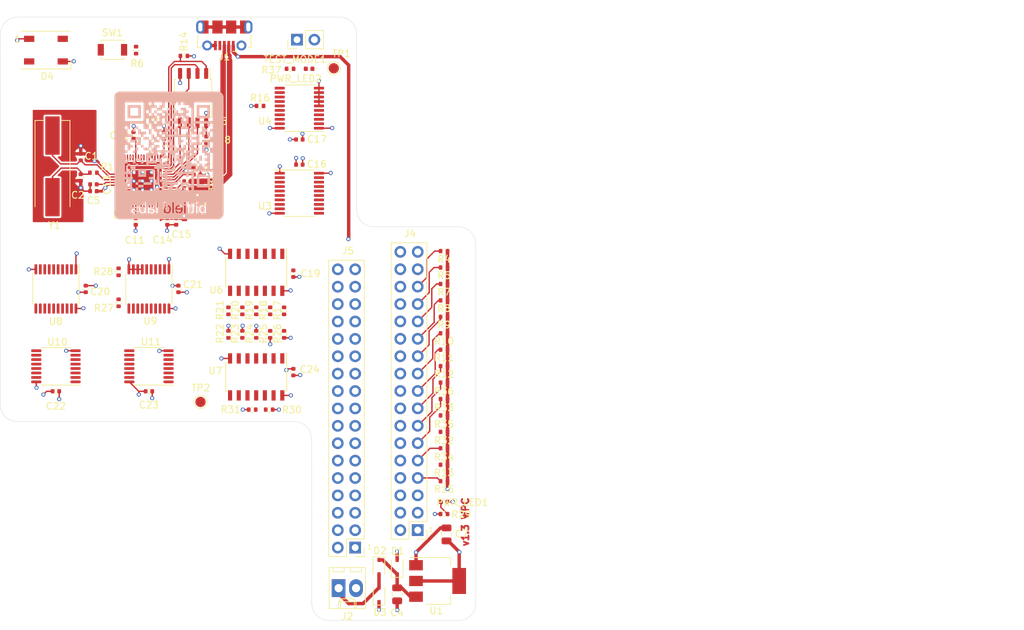
<source format=kicad_pcb>
(kicad_pcb (version 20211014) (generator pcbnew)
  (title_block (title "afterglow pico") (rev "1.3") (company "bitfield labs"))
  (layers (0 "F.Cu" signal) (1 "In1.Cu" power "GND") (2 "In2.Cu" power "PWR") (31 "B.Cu" signal) (34 "B.Paste" user) (35 "F.Paste" user) (36 "B.SilkS" user "B.Silkscreen") (37 "F.SilkS" user "F.Silkscreen") (38 "B.Mask" user) (39 "F.Mask" user) (44 "Edge.Cuts" user))
  (net 0 "")
  (net 1 "GND")
  (net 2 "+3V3")
  (net 3 "+5V")
  (net 4 "/P33")
  (net 5 "/DIS3")
  (net 6 "/BLANK")
  (net 7 "/D0")
  (net 8 "/D1")
  (net 9 "/D2")
  (net 10 "/D3")
  (net 11 "/D4")
  (net 12 "/D5")
  (net 13 "/D6")
  (net 14 "/D7")
  (net 15 "/TRIAC")
  (net 16 "/SOL1")
  (net 17 "/SOL3")
  (net 18 "/SOL4")
  (net 19 "/SOL2")
  (net 20 "/LCOL")
  (net 21 "/LROW")
  (net 22 "/DIS1")
  (net 23 "/DIS2")
  (net 24 "/DIS_STROBE")
  (net 25 "/D0_OUT")
  (net 26 "/D1_OUT")
  (net 27 "/D2_OUT")
  (net 28 "/D3_OUT")
  (net 29 "/D4_OUT")
  (net 30 "/D5_OUT")
  (net 31 "/D6_OUT")
  (net 32 "/D7_OUT")
  (net 33 "/LCOL_PICO")
  (net 34 "/LROW_PICO")
  (net 35 "/OUT_SEL")
  (net 36 "/XIN")
  (net 37 "Net-(C2-Pad1)")
  (net 38 "/COMB_EV")
  (net 39 "/PICO_OUT_EN")
  (net 40 "+1V1")
  (net 41 "Net-(C4-Pad1)")
  (net 42 "VBUS")
  (net 44 "/PICO_WS2812")
  (net 45 "/USB_D-")
  (net 46 "/USB_D+")
  (net 48 "/~{USB_BOOT}")
  (net 49 "/XOUT")
  (net 50 "Net-(R3-Pad2)")
  (net 55 "/QSPI_SS")
  (net 56 "/GPIO11")
  (net 57 "Net-(R17-Pad1)")
  (net 58 "Net-(R18-Pad1)")
  (net 59 "Net-(R19-Pad1)")
  (net 60 "Net-(R20-Pad1)")
  (net 61 "Net-(R21-Pad1)")
  (net 62 "/GPIO13")
  (net 63 "/GPIO14")
  (net 64 "/GPIO12")
  (net 65 "/GPIO7")
  (net 66 "/GPIO6")
  (net 67 "/GPIO5")
  (net 68 "/GPIO4")
  (net 69 "/GPIO3")
  (net 70 "/GPIO2")
  (net 71 "/GPIO1")
  (net 72 "/GPIO0")
  (net 73 "/GPIO10")
  (net 74 "/GPIO9")
  (net 75 "/GPIO8")
  (net 76 "/QSPI_SD1")
  (net 77 "/QSPI_SD2")
  (net 78 "/D0_PICO")
  (net 79 "/D1_PICO")
  (net 80 "/D2_PICO")
  (net 81 "/D3_PICO")
  (net 82 "/D4_PICO")
  (net 83 "/D5_PICO")
  (net 84 "/D6_PICO")
  (net 85 "/D7_PICO")
  (net 86 "/QSPI_SD0")
  (net 87 "/QSPI_SCLK")
  (net 88 "/QSPI_SD3")
  (net 89 "Net-(U6-Pad6)")
  (net 90 "Net-(U6-Pad8)")
  (net 91 "/ZERO_CROSS")
  (net 92 "/PICO_BLANK")
  (net 93 "Net-(PWR_LED1-Pad2)")
  (net 94 "Net-(U7-Pad10)")
  (net 95 "Net-(U7-Pad5)")
  (net 96 "/GPIO15")
  (net 97 "Net-(R2-Pad2)")
  (net 98 "Vcc")
  (net 99 "/GPIO16")
  (net 100 "/GPIO17")
  (net 101 "/GPIO18")
  (net 102 "/GPIO19")
  (net 103 "/GPIO20")
  (net 104 "/GPIO21")
  (net 105 "/GPIO22")
  (net 106 "/GPIO26_ADC0")
  (net 107 "/GPIO27_ADC1")
  (net 108 "/GPIO28_ADC2")
  (net 109 "/GPIO23")
  (net 113 "/SWCLK")
  (net 114 "/SWD")
  (net 115 "/RUN")
  (net 116 "/GPIO24")
  (net 117 "/GPIO25")
  (net 118 "/GPIO29_ADC3")
  (net 119 "Net-(PWR_LED2-Pad2)")
  (footprint "Resistor_SMD:R_0402_1005Metric" (layer "F.Cu") (at 172.8375 104.685 -90)
    (fp_text reference "R24")
    (fp_text value "4.7k")
  )
  (footprint "Resistor_SMD:R_0402_1005Metric" (layer "F.Cu") (at 168.775 104.685 -90)
    (fp_text reference "R22")
    (fp_text value "4.7k")
  )
  (footprint "Housings_SOIC:SOIC-14_3.9x8.7mm_Pitch1.27mm" (layer "F.Cu") (at 172.825 110.9 -90)
    (fp_text reference "U7")
    (fp_text value "7408")
  )
  (footprint "Resistor_SMD:R_0402_1005Metric" (layer "F.Cu") (at 170.80625 104.685 -90)
    (fp_text reference "R23")
    (fp_text value "4.7k")
  )
  (footprint "Resistor_SMD:R_0402_1005Metric" (layer "F.Cu") (at 172.8375 101.25 90)
    (fp_text reference "R19")
    (fp_text value "0")
  )
  (footprint "Resistor_SMD:R_0402_1005Metric" (layer "F.Cu") (at 168.775 101.25 -90)
    (fp_text reference "R21")
    (fp_text value "0")
  )
  (footprint "Resistor_SMD:R_0402_1005Metric" (layer "F.Cu") (at 174.86875 101.25 90)
    (fp_text reference "R18")
    (fp_text value "0")
  )
  (footprint "Resistor_SMD:R_0402_1005Metric" (layer "F.Cu") (at 174.86875 104.685 90)
    (fp_text reference "R25")
    (fp_text value "4.7k")
  )
  (footprint "Resistor_SMD:R_0402_1005Metric" (layer "F.Cu") (at 176.9 104.685 90)
    (fp_text reference "R26")
    (fp_text value "4.7k")
  )
  (footprint "Resistor_SMD:R_0402_1005Metric" (layer "F.Cu") (at 170.80625 101.25 90)
    (fp_text reference "R20")
    (fp_text value "0")
  )
  (footprint "Package_SO:TSSOP-16_4.4x5mm_P0.65mm" (layer "F.Cu") (at 157.175 109.35 180)
    (fp_text reference "U11")
    (fp_text value "74HC257")
  )
  (footprint "Capacitor_SMD:C_0402_1005Metric" (layer "F.Cu") (at 157.175 113)
    (fp_text reference "C23")
    (fp_text value "100nF")
  )
  (footprint "Capacitor_SMD:C_0402_1005Metric" (layer "F.Cu") (at 143.6 113)
    (fp_text reference "C22")
    (fp_text value "100nF")
  )
  (footprint "Capacitor_SMD:C_0402_1005Metric" (layer "F.Cu") (at 179.125 79.9 180)
    (fp_text reference "C16")
    (fp_text value "100nF")
  )
  (footprint "Capacitor_SMD:C_0402_1005Metric" (layer "F.Cu") (at 147.95 98.05 90)
    (fp_text reference "C20")
    (fp_text value "100nF")
  )
  (footprint "Package_SO:TSSOP-16_4.4x5mm_P0.65mm" (layer "F.Cu") (at 143.6 109.35 180)
    (fp_text reference "U10")
    (fp_text value "74HC257")
  )
  (footprint "Pin_Headers:Pin_Header_Straight_2x17_Pitch2.54mm" (layer "F.Cu") (at 196.4 133.275 180)
    (fp_text reference "J4")
    (fp_text value "Conn_02x17_Odd_Even")
  )
  (footprint "Pin_Headers:Pin_Header_Straight_2x17_Pitch2.54mm" (layer "F.Cu") (at 187.275 135.825 180)
    (fp_text reference "J5")
    (fp_text value "Conn_02x17_Odd_Even")
  )
  (footprint "Capacitor_SMD:C_0402_1005Metric" (layer "F.Cu") (at 178.25 95.825 90)
    (fp_text reference "C19")
    (fp_text value "100nF")
  )
  (footprint "Package_SO:TSSOP-20_4.4x6.5mm_P0.65mm" (layer "F.Cu") (at 179.125 84.075)
    (fp_text reference "U3")
    (fp_text value "SN74LVC245AN")
  )
  (footprint "Capacitor_SMD:C_0402_1005Metric" (layer "F.Cu") (at 178.25 110.2 90)
    (fp_text reference "C24")
    (fp_text value "100nF")
  )
  (footprint "Package_SO:TSSOP-20_4.4x6.5mm_P0.65mm" (layer "F.Cu") (at 143.6 98.05 -90)
    (fp_text reference "U8")
    (fp_text value "74HC245")
  )
  (footprint "Resistor_SMD:R_0402_1005Metric" (layer "F.Cu") (at 172.25 115.675 180)
    (fp_text reference "R31")
    (fp_text value "4.7k")
  )
  (footprint "Resistor_SMD:R_0402_1005Metric" (layer "F.Cu") (at 176.9 101.25 90)
    (fp_text reference "R17")
    (fp_text value "0")
  )
  (footprint "Resistor_SMD:R_0402_1005Metric" (layer "F.Cu") (at 174.725 115.675)
    (fp_text reference "R30")
    (fp_text value "4.7k")
  )
  (footprint "Housings_SOIC:SOIC-14_3.9x8.7mm_Pitch1.27mm" (layer "F.Cu") (at 172.825 95.625 -90)
    (fp_text reference "U6")
    (fp_text value "74HC21")
  )
  (footprint "Package_SO:TSSOP-20_4.4x6.5mm_P0.65mm" (layer "F.Cu") (at 179.125 71.65 180)
    (fp_text reference "U4")
    (fp_text value "SN74LVC245AN")
  )
  (footprint "Resistor_SMD:R_0402_1005Metric" (layer "F.Cu") (at 152.75 95.55 90)
    (fp_text reference "R28")
    (fp_text value "4.7k")
  )
  (footprint "Capacitor_SMD:C_0402_1005Metric" (layer "F.Cu") (at 179.125 76.225)
    (fp_text reference "C17")
    (fp_text value "100nF")
  )
  (footprint "Package_SO:TSSOP-20_4.4x6.5mm_P0.65mm" (layer "F.Cu") (at 157.175 98.05 -90)
    (fp_text reference "U9")
    (fp_text value "74HC245")
  )
  (footprint "Capacitor_SMD:C_0402_1005Metric" (layer "F.Cu") (at 161.475 98.05 90)
    (fp_text reference "C21")
    (fp_text value "100nF")
  )
  (footprint "Resistor_SMD:R_0402_1005Metric" (layer "F.Cu") (at 152.75 100.075 90)
    (fp_text reference "R27")
    (fp_text value "4.7k")
  )
  (footprint "Resistor_SMD:R_0402_1005Metric" (layer "F.Cu") (at 173.39 71.325)
    (fp_text reference "R16")
    (fp_text value "4.7k")
  )
  (footprint "Resistor_SMD:R_0402_1005Metric" (layer "F.Cu") (at 200.24 130.925)
    (fp_text reference "R29")
    (fp_text value "180")
  )
  (footprint "Connectors_Molex:Molex_KK-6410-02_02x2.54mm_Straight" (layer "F.Cu") (at 184.86 141.75)
    (fp_text reference "J2")
    (fp_text value "Conn_01x02_Male")
  )
  (footprint "LED_SMD:LED_0402_1005Metric" (layer "F.Cu") (at 200.265 129.15 180)
    (fp_text reference "PWR_LED1")
    (fp_text value "LED")
  )
  (footprint "Pin_Headers:Pin_Header_Straight_1x02_Pitch2.54mm" (layer "F.Cu") (at 178.78 61.65 90)
    (fp_text reference "TEST_MODE1")
    (fp_text value "Conn_01x02")
  )
  (footprint "Capacitor_SMD:C_0402_1005Metric" (layer "F.Cu") (at 149.075 83.775 180)
    (fp_text reference "C5")
    (fp_text value "100n")
  )
  (footprint "Capacitor_SMD:C_0402_1005Metric" (layer "F.Cu") (at 155.25 88.2 -90)
    (fp_text reference "C11")
    (fp_text value "100n")
  )
  (footprint "Resistor_SMD:R_0402_1005Metric" (layer "F.Cu") (at 149.075 81.075 180)
    (fp_text reference "R1")
    (fp_text value "1k")
  )
  (footprint "Resistor_SMD:R_0402_1005Metric" (layer "F.Cu") (at 200.24 111.725)
    (fp_text reference "R36")
    (fp_text value "4.7k")
  )
  (footprint "Capacitor_SMD:C_0402_1005Metric" (layer "F.Cu") (at 159.375 75.675 90)
    (fp_text reference "C10")
    (fp_text value "100n")
  )
  (footprint "Resistor_SMD:R_0402_1005Metric" (layer "F.Cu") (at 162.825 83.35 180)
    (fp_text reference "R3")
    (fp_text value "27")
  )
  (footprint "Capacitor_SMD:C_0402_1005Metric" (layer "F.Cu") (at 164.2 80.375)
    (fp_text reference "C3")
    (fp_text value "100n")
  )
  (footprint "Capacitor_SMD:C_0402_1005Metric" (layer "F.Cu") (at 162.8 84.35)
    (fp_text reference "C6")
    (fp_text value "1u")
  )
  (footprint "TestPoint:TestPoint_Pad_D1.5mm" (layer "F.Cu") (at 164.7 114.55)
    (fp_text reference "TP2")
    (fp_text value "TestPoint")
  )
  (footprint "Capacitor_SMD:C_0805_2012Metric" (layer "F.Cu") (at 193.4 142.65 -90)
    (fp_text reference "C4")
    (fp_text value "10u")
  )
  (footprint "LED_SMD:LED_0402_1005Metric" (layer "F.Cu") (at 180.55 65.9 180)
    (fp_text reference "PWR_LED2")
    (fp_text value "LED")
  )
  (footprint "Diode_SMD:D_SOD-323" (layer "F.Cu") (at 193.4 138.675 90)
    (fp_text reference "D1")
    (fp_text value "BAT60A")
  )
  (footprint "Resistor_SMD:R_0402_1005Metric" (layer "F.Cu") (at 200.24 102.125 180)
    (fp_text reference "R9")
    (fp_text value "470")
  )
  (footprint "Button_Switch_SMD:SW_SPST_B3U-1000P" (layer "F.Cu") (at 151.85 63.125)
    (fp_text reference "SW1")
    (fp_text value "SW_Push")
  )
  (footprint "Package_TO_SOT_SMD:SOT-223-3_TabPin2" (layer "F.Cu") (at 199.3 140.7)
    (fp_text reference "U1")
    (fp_text value "NCP1117-3.3_SOT223")
  )
  (footprint "Resistor_SMD:R_0402_1005Metric" (layer "F.Cu") (at 200.24 92.525 180)
    (fp_text reference "R4")
    (fp_text value "470")
  )
  (footprint "Resistor_SMD:R_0402_1005Metric" (layer "F.Cu") (at 200.24 126.125 180)
    (fp_text reference "R15")
    (fp_text value "6.8k")
  )
  (footprint "Capacitor_SMD:C_0402_1005Metric" (layer "F.Cu") (at 161.15 88.2 -90)
    (fp_text reference "C15")
    (fp_text value "100n")
  )
  (footprint "Resistor_SMD:R_0402_1005Metric" (layer "F.Cu") (at 200.24 94.925 180)
    (fp_text reference "R5")
    (fp_text value "470")
  )
  (footprint "Resistor_SMD:R_0402_1005Metric" (layer "F.Cu") (at 200.24 121.325)
    (fp_text reference "R34")
    (fp_text value "4.7k")
  )
  (footprint "Resistor_SMD:R_0402_1005Metric" (layer "F.Cu") (at 200.24 118.925)
    (fp_text reference "R32")
    (fp_text value "4.7k")
  )
  (footprint "RP2040_minimal:RP2040-QFN-56" (layer "F.Cu") (at 156.25 82.3 -90)
    (fp_text reference "U2")
    (fp_text value "RP2040")
  )
  (footprint "Capacitor_SMD:C_0402_1005Metric" (layer "F.Cu") (at 147.225 78.8 90)
    (fp_text reference "C1")
    (fp_text value "27p")
  )
  (footprint "Diode_SMD:D_SOD-323" (layer "F.Cu") (at 190.75 138.675 -90)
    (fp_text reference "D2")
    (fp_text value "BAT60A")
  )
  (footprint "Capacitor_SMD:C_0805_2012Metric" (layer "F.Cu") (at 200.6 133.9 90)
    (fp_text reference "C7")
    (fp_text value "10u")
  )
  (footprint "Resistor_SMD:R_0402_1005Metric" (layer "F.Cu") (at 162.825 82.35 180)
    (fp_text reference "R2")
    (fp_text value "27")
  )
  (footprint "Package_SO:SOIC-8_5.23x5.23mm_P1.27mm" (layer "F.Cu") (at 163.625 70.175 -90)
    (fp_text reference "U5")
    (fp_text value "W25Q32JVSS")
  )
  (footprint "Resistor_SMD:R_0402_1005Metric" (layer "F.Cu") (at 162.275 64.025 180)
    (fp_text reference "R14")
    (fp_text value "10k")
  )
  (footprint "Resistor_SMD:R_0402_1005Metric" (layer "F.Cu") (at 200.24 114.125)
    (fp_text reference "R33")
    (fp_text value "4.7k")
  )
  (footprint "Resistor_SMD:R_0402_1005Metric" (layer "F.Cu") (at 177.775 65.9)
    (fp_text reference "R37")
    (fp_text value "1k")
  )
  (footprint "Capacitor_SMD:C_0402_1005Metric" (layer "F.Cu") (at 165.55 76.28 -90)
    (fp_text reference "C18")
    (fp_text value "100n")
  )
  (footprint "Capacitor_SMD:C_0402_1005Metric" (layer "F.Cu") (at 149.075 82.775 180)
    (fp_text reference "C13")
    (fp_text value "100n")
  )
  (footprint "Capacitor_SMD:C_0402_1005Metric" (layer "F.Cu") (at 164.2 81.35)
    (fp_text reference "C8")
    (fp_text value "100n")
  )
  (footprint "Capacitor_SMD:C_0402_1005Metric" (layer "F.Cu") (at 147.225 81.775 -90)
    (fp_text reference "C2")
    (fp_text value "27p")
  )
  (footprint "Connector_USB:USB_Micro-B_Molex-105017-0001" (layer "F.Cu") (at 168.175 61.04 180)
    (fp_text reference "J1")
    (fp_text value "USB_B_Micro")
  )
  (footprint "Capacitor_SMD:C_0402_1005Metric" (layer "F.Cu") (at 154.925 75.625 90)
    (fp_text reference "C12")
    (fp_text value "100n")
  )
  (footprint "RP2040_minimal:Crystal_SMD_HC49-US" (layer "F.Cu") (at 143.1 80.15 -90)
    (fp_text reference "Y1")
    (fp_text value "ABLS-12.000MHZ-B4-T")
  )
  (footprint "Capacitor_SMD:C_0402_1005Metric" (layer "F.Cu") (at 159.85 88.2 -90)
    (fp_text reference "C14")
    (fp_text value "100n")
  )
  (footprint "Resistor_SMD:R_0402_1005Metric" (layer "F.Cu") (at 200.24 123.725 180)
    (fp_text reference "R13")
    (fp_text value "1.5k")
  )
  (footprint "Diode_SMD:D_SOD-323" (layer "F.Cu") (at 190.75 142.725 90)
    (fp_text reference "D3")
    (fp_text value "BAT60A")
  )
  (footprint "Resistor_SMD:R_0402_1005Metric" (layer "F.Cu") (at 200.24 106.925 180)
    (fp_text reference "R11")
    (fp_text value "470")
  )
  (footprint "TestPoint:TestPoint_Pad_D1.5mm" (layer "F.Cu") (at 184.15 65.825)
    (fp_text reference "TP1")
    (fp_text value "TestPoint")
  )
  (footprint "Resistor_SMD:R_0402_1005Metric" (layer "F.Cu") (at 200.24 97.325 180)
    (fp_text reference "R7")
    (fp_text value "470")
  )
  (footprint "Resistor_SMD:R_0402_1005Metric" (layer "F.Cu") (at 155.3 63.175 90)
    (fp_text reference "R6")
    (fp_text value "1k")
  )
  (footprint "Resistor_SMD:R_0402_1005Metric" (layer "F.Cu") (at 200.24 104.525 180)
    (fp_text reference "R10")
    (fp_text value "470")
  )
  (footprint "LED_SMD:LED_WS2812B_PLCC4_5.0x5.0mm_P3.2mm" (layer "F.Cu") (at 142.15 63.175)
    (fp_text reference "D4")
    (fp_text value "WS2812B")
  )
  (footprint "Resistor_SMD:R_0402_1005Metric" (layer "F.Cu") (at 200.24 99.725 180)
    (fp_text reference "R8")
    (fp_text value "470")
  )
  (footprint "Resistor_SMD:R_0402_1005Metric" (layer "F.Cu") (at 200.24 109.325 180)
    (fp_text reference "R12")
    (fp_text value "470")
  )
  (footprint "Resistor_SMD:R_0402_1005Metric" (layer "F.Cu") (at 200.24 116.525)
    (fp_text reference "R35")
    (fp_text value "4.7k")
  )
  (footprint "Capacitor_SMD:C_0402_1005Metric" (layer "F.Cu") (at 162.8 85.35)
    (fp_text reference "C9")
    (fp_text value "1u")
  )
  (footprint "pcb_v13:qr_code" (layer "B.Cu") (at 160.075 78.55 180)
    (fp_text reference "G***")
    (fp_text value "LOGO" hide)
  )
  (gr_line (start 202.375 88.975) (end 189.975 88.975) (layer "Edge.Cuts") (width 0.05))
  (gr_arc (start 202.375 88.975) (mid 204.142767 89.707233) (end 204.875 91.475) (layer "Edge.Cuts") (width 0.05))
  (gr_line (start 204.875 91.475) (end 204.875 143.975) (layer "Edge.Cuts") (width 0.05))
  (gr_arc (start 183.441117 146.474984) (mid 181.673345 145.742756) (end 180.941117 143.974984) (layer "Edge.Cuts") (width 0.05))
  (gr_arc (start 135.5 60.8428) (mid 136.232233 59.075033) (end 138 58.3428) (layer "Edge.Cuts") (width 0.05))
  (gr_arc (start 204.875 143.975) (mid 204.142767 145.742767) (end 202.375 146.475) (layer "Edge.Cuts") (width 0.05))
  (gr_line (start 135.467767 114.925033) (end 135.5 60.8428) (layer "Edge.Cuts") (width 0.05))
  (gr_line (start 202.375 146.475) (end 183.441117 146.474984) (layer "Edge.Cuts") (width 0.05))
  (gr_arc (start 178.408884 117.425017) (mid 180.176655 118.157245) (end 180.908884 119.925017) (layer "Edge.Cuts") (width 0.05))
  (gr_arc (start 137.967767 117.425033) (mid 136.20001 116.69279) (end 135.467767 114.925033) (layer "Edge.Cuts") (width 0.05))
  (gr_arc (start 184.975 58.3428) (mid 186.742767 59.075033) (end 187.475 60.8428) (layer "Edge.Cuts") (width 0.05))
  (gr_line (start 178.408884 117.425017) (end 137.967767 117.425033) (layer "Edge.Cuts") (width 0.05))
  (gr_line (start 138 58.3428) (end 184.975 58.3428) (layer "Edge.Cuts") (width 0.05))
  (gr_arc (start 189.975 88.975) (mid 188.207233 88.242767) (end 187.475 86.475) (layer "Edge.Cuts") (width 0.05))
  (gr_line (start 187.475 60.8428) (end 187.475 86.475) (layer "Edge.Cuts") (width 0.05))
  (gr_line (start 180.941117 143.974984) (end 180.908884 119.925017) (layer "Edge.Cuts") (width 0.05))
  (gr_text "v1.3 WPC" (at 203.35 132.075 90) (layer "F.Cu") (effects (font (size 1 1) (thickness 0.25))))
  (gr_text "1" (at 193.4 136.675) (layer "F.SilkS") (effects (font (size 0.75 0.75) (thickness 0.1))))
  (gr_text "1" (at 198.325 133.2) (layer "F.SilkS") (effects (font (size 0.75 0.75) (thickness 0.1))))
  (gr_text "1" (at 189.4 135.75) (layer "F.SilkS") (effects (font (size 0.75 0.75) (thickness 0.1))))
  (segment (start 144.08 113) (end 144.08 114.145) (width 0.2) (layer "F.Cu") (net 1))
  (segment (start 154.925 75.145) (end 154.925 74.3) (width 0.2) (layer "F.Cu") (net 1))
  (segment (start 139.6625 95.1875) (end 139.65 95.2) (width 0.2) (layer "F.Cu") (net 1))
  (segment (start 177.405 109.72) (end 177.225 109.9) (width 0.2) (layer "F.Cu") (net 1))
  (segment (start 163.28 84.35) (end 164.25 84.35) (width 0.2) (layer "F.Cu") (net 1))
  (segment (start 161.72 66.575) (end 161.72 67.97) (width 0.2) (layer "F.Cu") (net 1))
  (segment (start 154.25 95.1875) (end 154.25 93.775) (width 0.2) (layer "F.Cu") (net 1))
  (segment (start 178.645 79.9) (end 178.645 78.93) (width 0.2) (layer "F.Cu") (net 1))
  (segment (start 151.469974 81.3) (end 149.744974 79.575) (width 0.2) (layer "F.Cu") (net 1))
  (segment (start 155.25 89.55) (end 155.225 89.575) (width 0.2) (layer "F.Cu") (net 1))
  (segment (start 147.225 82.255) (end 147.225 83.275) (width 0.2) (layer "F.Cu") (net 1))
  (segment (start 165.55 76.76) (end 165.55 77.7) (width 0.2) (layer "F.Cu") (net 1))
  (segment (start 174.775 87) (end 174.75 87.025) (width 0.2) (layer "F.Cu") (net 1))
  (segment (start 146.175 64.825) (end 146.2 64.8) (width 0.2) (layer "F.Cu") (net 1))
  (segment (start 171.74 115.675) (end 170.875 115.675) (width 0.2) (layer "F.Cu") (net 1))
  (segment (start 144.08 114.145) (end 144.075 114.15) (width 0.2) (layer "F.Cu") (net 1))
  (segment (start 160.63 97.57) (end 160.625 97.575) (width 0.2) (layer "F.Cu") (net 1))
  (segment (start 147.225 78.32) (end 147.225 77.15) (width 0.2) (layer "F.Cu") (net 1))
  (segment (start 146.4625 107.075) (end 145.1 107.075) (width 0.2) (layer "F.Cu") (net 1))
  (segment (start 149.545474 79.3755) (end 149.225 79.3755) (width 0.2) (layer "F.Cu") (net 1))
  (segment (start 161.475 97.57) (end 160.63 97.57) (width 0.2) (layer "F.Cu") (net 1))
  (segment (start 154.25 95.1875) (end 156.2 95.1875) (width 0.2) (layer "F.Cu") (net 1))
  (segment (start 175.235 115.675) (end 176.15 115.675) (width 0.2) (layer "F.Cu") (net 1))
  (segment (start 159.85 89.525) (end 159.825 89.55) (width 0.2) (layer "F.Cu") (net 1))
  (segment (start 159.85 88.68) (end 159.85 89.525) (width 0.2) (layer "F.Cu") (net 1))
  (segment (start 199.725 132.95) (end 196.15 136.525) (width 0.5) (layer "F.Cu") (net 1))
  (segment (start 179.605 76.225) (end 179.605 75.405) (width 0.2) (layer "F.Cu") (net 1))
  (segment (start 152.8125 81.3) (end 151.469974 81.3) (width 0.2) (layer "F.Cu") (net 1))
  (segment (start 165.55 77.7) (end 165.575 77.725) (width 0.2) (layer "F.Cu") (net 1))
  (segment (start 193.4 144.925) (end 193.425 144.95) (width 0.5) (layer "F.Cu") (net 1))
  (segment (start 181.9875 68.725) (end 181.9875 71.325) (width 0.2) (layer "F.Cu") (net 1))
  (segment (start 155.25 88.68) (end 155.25 89.55) (width 0.2) (layer "F.Cu") (net 1))
  (segment (start 165.275 59.8025) (end 171.675 59.8025) (width 0.5) (layer "F.Cu") (net 1))
  (segment (start 176.2625 87) (end 174.775 87) (width 0.2) (layer "F.Cu") (net 1))
  (segment (start 196.15 138.4) (end 196.15 136.525) (width 0.5) (layer "F.Cu") (net 1))
  (segment (start 148.595 83.775) (end 147.725 83.775) (width 0.2) (layer "F.Cu") (net 1))
  (segment (start 179.605 75.405) (end 179.575 75.375) (width 0.2) (layer "F.Cu") (net 1))
  (segment (start 164.68 81.35) (end 165.675 81.35) (width 0.2) (layer "F.Cu") (net 1))
  (segment (start 169.015 92.925) (end 168.2495 92.925) (width 0.2) (layer "F.Cu") (net 1))
  (segment (start 147.725 83.775) (end 147.225 83.275) (width 0.2) (layer "F.Cu") (net 1))
  (segment (start 147.95 98.53) (end 146.895 98.53) (width 0.2) (layer "F.Cu") (net 1))
  (segment (start 149.744974 79.575) (end 149.545474 79.3755) (width 0.2) (layer "F.Cu") (net 1))
  (segment (start 161.72 67.97) (end 161.725 67.975) (width 0.2) (layer "F.Cu") (net 1))
  (segment (start 163.28 84.35) (end 163.28 85.35) (width 0.2) (layer "F.Cu") (net 1))
  (segment (start 158.725 107.075) (end 158.7 107.1) (width 0.2) (layer "F.Cu") (net 1))
  (segment (start 168.2495 92.925) (end 167.5 92.1755) (width 0.2) (layer "F.Cu") (net 1))
  (segment (start 148.595 82.775) (end 148.595 83.775) (width 0.2) (layer "F.Cu") (net 1))
  (segment (start 166.875 62.5025) (end 165.675 62.5025) (width 0.5) (layer "F.Cu") (net 1))
  (segment (start 178.645 78.93) (end 178.65 78.925) (width 0.2) (layer "F.Cu") (net 1))
  (segment (start 144.6 64.825) (end 146.175 64.825) (width 0.2) (layer "F.Cu") (net 1))
  (segment (start 159.375 75.195) (end 159.375 74.25) (width 0.2) (layer "F.Cu") (net 1))
  (segment (start 146.895 98.53) (end 146.875 98.55) (width 0.2) (layer "F.Cu") (net 1))
  (segment (start 181.9875 68.725) (end 181.9875 67.6875) (width 0.2) (layer "F.Cu") (net 1))
  (segment (start 181.9875 67.6875) (end 181.975 67.675) (width 0.2) (layer "F.Cu") (net 1))
  (segment (start 165.275 59.8025) (end 164.675 59.8025) (width 0.5) (layer "F.Cu") (net 1))
  (segment (start 178.25 109.72) (end 177.405 109.72) (width 0.2) (layer "F.Cu") (net 1))
  (segment (start 161.15 88.68) (end 159.85 88.68) (width 0.2) (layer "F.Cu") (net 1))
  (segment (start 201.5 129.15) (end 201.525 129.125) (width 0.2) (layer "F.Cu") (net 1))
  (segment (start 200.6 132.95) (end 199.725 132.95) (width 0.5) (layer "F.Cu") (net 1))
  (segment (start 154.925 74.3) (end 154.95 74.275) (width 0.2) (layer "F.Cu") (net 1))
  (segment (start 160.0375 107.075) (end 158.725 107.075) (width 0.2) (layer "F.Cu") (net 1))
  (segment (start 200.75 129.15) (end 201.5 129.15) (width 0.2) (layer "F.Cu") (net 1))
  (segment (start 157.655 113.995) (end 157.65 114) (width 0.2) (layer "F.Cu") (net 1))
  (segment (start 157.655 113) (end 157.655 113.995) (width 0.2) (layer "F.Cu") (net 1))
  (segment (start 140.675 95.1875) (end 139.6625 95.1875) (width 0.2) (layer "F.Cu") (net 1))
  (segment (start 154.25 93.775) (end 154.275 93.75) (width 0.2) (layer "F.Cu") (net 1))
  (segment (start 169.015 108.2) (end 167.75 108.2) (width 0.2) (layer "F.Cu") (net 1))
  (segment (start 193.4 143.6) (end 193.4 144.925) (width 0.5) (layer "F.Cu") (net 1))
  (segment (start 164.68 81.35) (end 164.68 80.375) (width 0.2) (layer "F.Cu") (net 1))
  (via (at 145.1 107.075) (size 0.6) (drill 0.35) (layers "F.Cu" "B.Cu") (net 1))
  (via (at 161.725 67.975) (size 0.6) (drill 0.35) (layers "F.Cu" "B.Cu") (net 1))
  (via (at 160.625 97.575) (size 0.6) (drill 0.35) (layers "F.Cu" "B.Cu") (net 1))
  (via (at 165.575 77.725) (size 0.6) (drill 0.35) (layers "F.Cu" "B.Cu") (net 1))
  (via (at 193.425 144.95) (size 0.6) (drill 0.35) (layers "F.Cu" "B.Cu") (net 1))
  (via (at 178.65 78.925) (size 0.6) (drill 0.35) (layers "F.Cu" "B.Cu") (net 1))
  (via (at 146.875 98.55) (size 0.6) (drill 0.35) (layers "F.Cu" "B.Cu") (net 1))
  (via (at 170.875 115.675) (size 0.6) (drill 0.35) (layers "F.Cu" "B.Cu") (net 1))
  (via (at 155.225 89.575) (size 0.6) (drill 0.35) (layers "F.Cu" "B.Cu") (net 1))
  (via (at 167.75 108.2) (size 0.6) (drill 0.35) (layers "F.Cu" "B.Cu") (net 1))
  (via (at 159.375 74.25) (size 0.6) (drill 0.35) (layers "F.Cu" "B.Cu") (net 1))
  (via (at 201.525 129.125) (size 0.6) (drill 0.35) (layers "F.Cu" "B.Cu") (net 1))
  (via (at 158.7 107.1) (size 0.6) (drill 0.35) (layers "F.Cu" "B.Cu") (net 1))
  (via (at 147.225 83.275) (size 0.6) (drill 0.35) (layers "F.Cu" "B.Cu") (net 1))
  (via (at 179.575 75.375) (size 0.6) (drill 0.35) (layers "F.Cu" "B.Cu") (net 1))
  (via (at 147.225 77.15) (size 0.6) (drill 0.35) (layers "F.Cu" "B.Cu") (net 1))
  (via (at 181.975 67.675) (size 0.6) (drill 0.35) (layers "F.Cu" "B.Cu") (net 1))
  (via (at 164.25 84.35) (size 0.6) (drill 0.35) (layers "F.Cu" "B.Cu") (net 1))
  (via (at 154.95 74.275) (size 0.6) (drill 0.35) (layers "F.Cu" "B.Cu") (net 1))
  (via (at 196.15 136.525) (size 0.6) (drill 0.35) (layers "F.Cu" "B.Cu") (net 1))
  (via (at 174.75 87.025) (size 0.6) (drill 0.35) (layers "F.Cu" "B.Cu") (net 1))
  (via (at 157.65 114) (size 0.6) (drill 0.35) (layers "F.Cu" "B.Cu") (net 1))
  (via (at 154.275 93.75) (size 0.6) (drill 0.35) (layers "F.Cu" "B.Cu") (net 1))
  (via (at 167.5 92.1755) (size 0.6) (drill 0.35) (layers "F.Cu" "B.Cu") (net 1))
  (via (at 159.825 89.55) (size 0.6) (drill 0.35) (layers "F.Cu" "B.Cu") (net 1))
  (via (at 144.075 114.15) (size 0.6) (drill 0.35) (layers "F.Cu" "B.Cu") (net 1))
  (via (at 177.225 109.9) (size 0.6) (drill 0.35) (layers "F.Cu" "B.Cu") (net 1))
  (via (at 149.225 79.3755) (size 0.6) (drill 0.35) (layers "F.Cu" "B.Cu") (net 1))
  (via (at 176.15 115.675) (size 0.6) (drill 0.35) (layers "F.Cu" "B.Cu") (net 1))
  (via (at 165.675 81.35) (size 0.6) (drill 0.35) (layers "F.Cu" "B.Cu") (net 1))
  (via (at 146.2 64.8) (size 0.6) (drill 0.35) (layers "F.Cu" "B.Cu") (net 1))
  (via (at 139.65 95.2) (size 0.6) (drill 0.35) (layers "F.Cu" "B.Cu") (net 1))
  (segment (start 159.6875 82.9) (end 160.625 82.9) (width 0.2) (layer "F.Cu") (net 2))
  (segment (start 178.645 76.225) (end 177.75 76.225) (width 0.2) (layer "F.Cu") (net 2))
  (segment (start 159.85 87.72) (end 161.15 87.72) (width 0.2) (layer "F.Cu") (net 2))
  (segment (start 179.605 78.995) (end 179.625 78.975) (width 0.2) (layer "F.Cu") (net 2))
  (segment (start 155.25 78.8625) (end 155.25 76.43) (width 0.2) (layer "F.Cu") (net 2))
  (segment (start 162.3 85.37) (end 162.32 85.35) (width 0.5) (layer "F.Cu") (net 2))
  (segment (start 176.2625 80.1625) (end 176.275 80.15) (width 0.2) (layer "F.Cu") (net 2))
  (segment (start 196.15 140.7) (end 202.45 140.7) (width 0.5) (layer "F.Cu") (net 2))
  (segment (start 155.25 85.7375) (end 155.25 84.925) (width 0.2) (layer "F.Cu") (net 2))
  (segment (start 159.375 78.3375) (end 158.85 78.8625) (width 0.2) (layer "F.Cu") (net 2))
  (segment (start 152.8125 82.5) (end 153.55 82.5) (width 0.2) (layer "F.Cu") (net 2))
  (segment (start 158.85 86.72) (end 159.85 87.72) (width 0.2) (layer "F.Cu") (net 2))
  (segment (start 181.9875 74.575) (end 183.9 74.575) (width 0.2) (layer "F.Cu") (net 2))
  (segment (start 165.53 75.78) (end 165.55 75.8) (width 0.2) (layer "F.Cu") (net 2))
  (segment (start 159.6875 82.9) (end 159.05 82.9) (width 0.2) (layer "F.Cu") (net 2))
  (segment (start 172.88 71.325) (end 172.1 71.325) (width 0.2) (layer "F.Cu") (net 2))
  (segment (start 179.605 79.9) (end 179.605 78.995) (width 0.2) (layer "F.Cu") (net 2))
  (segment (start 176.2625 74.575) (end 174.85 74.575) (width 0.2) (layer "F.Cu") (net 2))
  (segment (start 159.6875 82.5) (end 161.025 82.5) (width 0.2) (layer "F.Cu") (net 2))
  (segment (start 183.9 74.575) (end 183.925 74.55) (width 0.2) (layer "F.Cu") (net 2))
  (segment (start 155.25 76.43) (end 154.925 76.105) (width 0.2) (layer "F.Cu") (net 2))
  (segment (start 200.85 134.85) (end 202.475 136.475) (width 0.5) (layer "F.Cu") (net 2))
  (segment (start 161.05 82.475) (end 162.175 81.35) (width 0.2) (layer "F.Cu") (net 2))
  (segment (start 159.6875 82.5) (end 158.925 82.5) (width 0.2) (layer "F.Cu") (net 2))
  (segment (start 159.6875 84.5) (end 158.8 84.5) (width 0.2) (layer "F.Cu") (net 2))
  (segment (start 159.05 82.9) (end 158.875 82.725) (width 0.2) (layer "F.Cu") (net 2))
  (segment (start 165.53 73.775) (end 165.53 75.78) (width 0.2) (layer "F.Cu") (net 2))
  (segment (start 183.675 81.15) (end 183.7 81.125) (width 0.2) (layer "F.Cu") (net 2))
  (segment (start 162.3 87.4) (end 162.3 85.37) (width 0.5) (layer "F.Cu") (net 2))
  (segment (start 163.7 64.025) (end 163.75 64.075) (width 0.2) (layer "F.Cu") (net 2))
  (segment (start 158.85 78.8625) (end 158.85 79.65) (width 0.2) (layer "F.Cu") (net 2))
  (segment (start 158.85 85.7375) (end 158.85 86.72) (width 0.2) (layer "F.Cu") (net 2))
  (segment (start 158.85 84.9) (end 158.85 85.7375) (width 0.2) (layer "F.Cu") (net 2))
  (segment (start 159.6875 84.5) (end 161.47 84.5) (width 0.2) (layer "F.Cu") (net 2))
  (segment (start 159.6875 84.9) (end 158.85 84.9) (width 0.2) (layer "F.Cu") (net 2))
  (segment (start 162.175 81.35) (end 163.72 81.35) (width 0.2) (layer "F.Cu") (net 2))
  (segment (start 162.785 64.025) (end 163.7 64.025) (width 0.2) (layer "F.Cu") (net 2))
  (segment (start 159.375 76.155) (end 159.375 78.3375) (width 0.2) (layer "F.Cu") (net 2))
  (segment (start 176.2625 81.15) (end 176.2625 80.1625) (width 0.2) (layer "F.Cu") (net 2))
  (segment (start 202.45 136.5) (end 202.475 136.475) (width 0.5) (layer "F.Cu") (net 2))
  (segment (start 181.9875 81.15) (end 183.675 81.15) (width 0.2) (layer "F.Cu") (net 2))
  (segment (start 174.85 74.575) (end 174.825 74.55) (width 0.2) (layer "F.Cu") (net 2))
  (segment (start 150.6 82.775) (end 149.555 82.775) (width 0.2) (layer "F.Cu") (net 2))
  (segment (start 155.25 78.8625) (end 155.25 79.575) (width 0.2) (layer "F.Cu") (net 2))
  (segment (start 161.47 84.5) (end 162.32 85.35) (width 0.2) (layer "F.Cu") (net 2))
  (segment (start 150.875 82.5) (end 150.6 82.775) (width 0.2) (layer "F.Cu") (net 2))
  (segment (start 165.53 73.775) (end 165.53 72.355) (width 0.2) (layer "F.Cu") (net 2))
  (segment (start 160.625 82.9) (end 161.05 82.475) (width 0.2) (layer "F.Cu") (net 2))
  (segment (start 199.73 130.925) (end 198.9 130.925) (width 0.2) (layer "F.Cu") (net 2))
  (segment (start 202.45 140.7) (end 202.45 136.5) (width 0.5) (layer "F.Cu") (net 2))
  (segment (start 152.8125 82.5) (end 150.875 82.5) (width 0.2) (layer "F.Cu") (net 2))
  (segment (start 165.53 72.355) (end 165.525 72.35) (width 0.2) (layer "F.Cu") (net 2))
  (segment (start 200.6 134.85) (end 200.85 134.85) (width 0.5) (layer "F.Cu") (net 2))
  (segment (start 155.25 85.7375) (end 155.25 87.72) (width 0.2) (layer "F.Cu") (net 2))
  (segment (start 161.025 82.5) (end 161.05 82.475) (width 0.2) (layer "F.Cu") (net 2))
  (via (at 183.925 74.55) (size 0.6) (drill 0.35) (layers "F.Cu" "B.Cu") (net 2))
  (via (at 176.275 80.15) (size 0.6) (drill 0.35) (layers "F.Cu" "B.Cu") (net 2))
  (via (at 172.1 71.325) (size 0.6) (drill 0.35) (layers "F.Cu" "B.Cu") (net 2))
  (via (at 162.3 87.4) (size 0.6) (drill 0.35) (layers "F.Cu" "B.Cu") (net 2))
  (via (at 183.7 81.125) (size 0.6) (drill 0.35) (layers "F.Cu" "B.Cu") (net 2))
  (via (at 163.75 64.075) (size 0.6) (drill 0.35) (layers "F.Cu" "B.Cu") (net 2))
  (via (at 202.475 136.475) (size 0.6) (drill 0.35) (layers "F.Cu" "B.Cu") (net 2))
  (via (at 174.825 74.55) (size 0.6) (drill 0.35) (layers "F.Cu" "B.Cu") (net 2))
  (via (at 198.9 130.925) (size 0.6) (drill 0.35) (layers "F.Cu" "B.Cu") (net 2))
  (via (at 177.75 76.225) (size 0.6) (drill 0.35) (layers "F.Cu" "B.Cu") (net 2))
  (via (at 179.625 78.975) (size 0.6) (drill 0.35) (layers "F.Cu" "B.Cu") (net 2))
  (via (at 165.525 72.35) (size 0.6) (drill 0.35) (layers "F.Cu" "B.Cu") (net 2))
  (segment (start 188.425 144) (end 186.325 144) (width 0.5) (layer "F.Cu") (net 3))
  (segment (start 184.86 142.535) (end 184.86 141.75) (width 0.5) (layer "F.Cu") (net 3))
  (segment (start 190.75 141.675) (end 190.75 139.725) (width 0.5) (layer "F.Cu") (net 3))
  (segment (start 186.325 144) (end 184.86 142.535) (width 0.5) (layer "F.Cu") (net 3))
  (segment (start 190.75 141.675) (end 188.425 144) (width 0.5) (layer "F.Cu") (net 3))
  (segment (start 197.725 93.675) (end 198.875 92.525) (width 0.2) (layer "F.Cu") (net 7))
  (segment (start 196.4 97.715) (end 197.725 96.39) (width 0.2) (layer "F.Cu") (net 7))
  (segment (start 198.875 92.525) (end 199.73 92.525) (width 0.2) (layer "F.Cu") (net 7))
  (segment (start 197.725 96.39) (end 197.725 93.675) (width 0.2) (layer "F.Cu") (net 7))
  (segment (start 198.775 94.925) (end 199.73 94.925) (width 0.2) (layer "F.Cu") (net 8))
  (segment (start 198.075 95.625) (end 198.775 94.925) (width 0.2) (layer "F.Cu") (net 8))
  (segment (start 198.075 98.58) (end 198.075 95.625) (width 0.2) (layer "F.Cu") (net 8))
  (segment (start 196.4 100.255) (end 198.075 98.58) (width 0.2) (layer "F.Cu") (net 8))
  (segment (start 198.45 98.025) (end 199.15 97.325) (width 0.2) (layer "F.Cu") (net 9))
  (segment (start 199.15 97.325) (end 199.73 97.325) (width 0.2) (layer "F.Cu") (net 9))
  (segment (start 196.4 102.795) (end 198.45 100.745) (width 0.2) (layer "F.Cu") (net 9))
  (segment (start 198.45 100.745) (end 198.45 98.025) (width 0.2) (layer "F.Cu") (net 9))
  (segment (start 198.8 100.35) (end 199.425 99.725) (width 0.2) (layer "F.Cu") (net 10))
  (segment (start 198.8 102.935) (end 198.8 100.35) (width 0.2) (layer "F.Cu") (net 10))
  (segment (start 199.425 99.725) (end 199.73 99.725) (width 0.2) (layer "F.Cu") (net 10))
  (segment (start 196.4 105.335) (end 198.8 102.935) (width 0.2) (layer "F.Cu") (net 10))
  (segment (start 196.4 107.875) (end 198.052487 106.222513) (width 0.2) (layer "F.Cu") (net 11))
  (segment (start 198.052487 106.222513) (end 198.052487 104.177487) (width 0.2) (layer "F.Cu") (net 11))
  (segment (start 199.73 102.499974) (end 199.73 102.125) (width 0.2) (layer "F.Cu") (net 11))
  (segment (start 198.052487 104.177487) (end 199.73 102.499974) (width 0.2) (layer "F.Cu") (net 11))
  (segment (start 199.6 104.525) (end 199.73 104.525) (width 0.2) (layer "F.Cu") (net 12))
  (segment (start 196.4 110.415) (end 198.6 108.215) (width 0.2) (layer "F.Cu") (net 12))
  (segment (start 198.6 108.215) (end 198.6 105.525) (width 0.2) (layer "F.Cu") (net 12))
  (segment (start 198.6 105.525) (end 199.6 104.525) (width 0.2) (layer "F.Cu") (net 12))
  (segment (start 196.4 112.955) (end 198.95 110.405) (width 0.2) (layer "F.Cu") (net 13))
  (segment (start 199.375 106.925) (end 199.73 106.925) (width 0.2) (layer "F.Cu") (net 13))
  (segment (start 198.95 110.405) (end 198.95 107.35) (width 0.2) (layer "F.Cu") (net 13))
  (segment (start 198.95 107.35) (end 199.375 106.925) (width 0.2) (layer "F.Cu") (net 13))
  (segment (start 198.625 111.225) (end 199.73 110.12) (width 0.2) (layer "F.Cu") (net 14))
  (segment (start 196.4 115.495) (end 198.625 113.27) (width 0.2) (layer "F.Cu") (net 14))
  (segment (start 199.73 110.12) (end 199.73 109.325) (width 0.2) (layer "F.Cu") (net 14))
  (segment (start 198.625 113.27) (end 198.625 111.225) (width 0.2) (layer "F.Cu") (net 14))
  (segment (start 199.73 112.659974) (end 199.73 111.725) (width 0.2) (layer "F.Cu") (net 15))
  (segment (start 198.475 115.96) (end 198.475 113.914974) (width 0.2) (layer "F.Cu") (net 15))
  (segment (start 198.475 113.914974) (end 199.73 112.659974) (width 0.2) (layer "F.Cu") (net 15))
  (segment (start 196.4 118.035) (end 198.475 115.96) (width 0.2) (layer "F.Cu") (net 15))
  (segment (start 198.15 118.825) (end 198.15 116.779974) (width 0.2) (layer "F.Cu") (net 17))
  (segment (start 198.15 116.779974) (end 199.73 115.199974) (width 0.2) (layer "F.Cu") (net 17))
  (segment (start 196.4 120.575) (end 198.15 118.825) (width 0.2) (layer "F.Cu") (net 17))
  (segment (start 199.73 115.199974) (end 199.73 114.125) (width 0.2) (layer "F.Cu") (net 17))
  (segment (start 196.4 123.115) (end 198.19 121.325) (width 0.2) (layer "F.Cu") (net 19))
  (segment (start 198.19 121.325) (end 199.73 121.325) (width 0.2) (layer "F.Cu") (net 19))
  (segment (start 196.4 125.655) (end 199.26 125.655) (width 0.2) (layer "F.Cu") (net 21))
  (segment (start 199.26 125.655) (end 199.73 126.125) (width 0.2) (layer "F.Cu") (net 21))
  (segment (start 147.87 79.925) (end 147.225 79.28) (width 0.2) (layer "F.Cu") (net 36))
  (segment (start 146.705 79.8) (end 147.225 79.28) (width 0.2) (layer "F.Cu") (net 36))
  (segment (start 149.6 79.925) (end 147.87 79.925) (width 0.2) (layer "F.Cu") (net 36))
  (segment (start 143.1 75.65) (end 143.1 78.6) (width 0.2) (layer "F.Cu") (net 36))
  (segment (start 144.3 79.8) (end 146.705 79.8) (width 0.2) (layer "F.Cu") (net 36))
  (segment (start 143.1 78.6) (end 144.3 79.8) (width 0.2) (layer "F.Cu") (net 36))
  (segment (start 151.375 81.7) (end 149.6 79.925) (width 0.2) (layer "F.Cu") (net 36))
  (segment (start 152.8125 81.7) (end 151.375 81.7) (width 0.2) (layer "F.Cu") (net 36))
  (segment (start 144.375 80.4) (end 146.7 80.4) (width 0.2) (layer "F.Cu") (net 37))
  (segment (start 147.225 80.925) (end 147.225 81.295) (width 0.2) (layer "F.Cu") (net 37))
  (segment (start 143.1 81.675) (end 144.375 80.4) (width 0.2) (layer "F.Cu") (net 37))
  (segment (start 148.345 81.295) (end 148.565 81.075) (width 0.2) (layer "F.Cu") (net 37))
  (segment (start 143.1 84.65) (end 143.1 81.675) (width 0.2) (layer "F.Cu") (net 37))
  (segment (start 147.225 81.295) (end 148.345 81.295) (width 0.2) (layer "F.Cu") (net 37))
  (segment (start 146.7 80.4) (end 147.225 80.925) (width 0.2) (layer "F.Cu") (net 37))
  (segment (start 150.325313 83.775) (end 150.823173 83.27714) (width 0.4) (layer "F.Cu") (net 40))
  (segment (start 162.07 84.1) (end 162.32 84.35) (width 0.2) (layer "F.Cu") (net 40))
  (segment (start 159.6875 84.1) (end 162.07 84.1) (width 0.2) (layer "F.Cu") (net 40))
  (segment (start 162.95 80.375) (end 162.55 80.775) (width 0.4) (layer "F.Cu") (net 40))
  (segment (start 151.200313 82.9) (end 150.823173 83.27714) (width 0.2) (layer "F.Cu") (net 40))
  (segment (start 163.72 80.375) (end 162.95 80.375) (width 0.4) (layer "F.Cu") (net 40))
  (segment (start 149.555 83.775) (end 150.325313 83.775) (width 0.4) (layer "F.Cu") (net 40))
  (segment (start 159.6875 84.1) (end 158.625 84.1) (width 0.2) (layer "F.Cu") (net 40))
  (segment (start 160.930026 82.1) (end 162.255026 80.775) (width 0.2) (layer "F.Cu") (net 40))
  (segment (start 159.6875 82.1) (end 160.930026 82.1) (width 0.2) (layer "F.Cu") (net 40))
  (segment (start 162.255026 80.775) (end 162.55 80.775) (width 0.2) (layer "F.Cu") (net 40))
  (segment (start 152.8125 82.9) (end 151.200313 82.9) (width 0.2) (layer "F.Cu") (net 40))
  (via (at 150.823173 83.27714) (size 0.6) (drill 0.35) (layers "F.Cu" "B.Cu") (net 40))
  (via (at 162.55 80.775) (size 0.6) (drill 0.35) (layers "F.Cu" "B.Cu") (net 40))
  (via (at 154.2005 82.875) (size 0.6) (drill 0.35) (layers "F.Cu" "B.Cu") (net 40))
  (via (at 158.375 83.175) (size 0.6) (drill 0.35) (layers "F.Cu" "B.Cu") (net 40))
  (segment (start 190.75 137.625) (end 191.3 137.625) (width 0.5) (layer "F.Cu") (net 41))
  (segment (start 195.35 143) (end 194.05 141.7) (width 0.5) (layer "F.Cu") (net 41))
  (segment (start 196.15 143) (end 195.35 143) (width 0.5) (layer "F.Cu") (net 41))
  (segment (start 194.05 141.7) (end 193.4 141.7) (width 0.5) (layer "F.Cu") (net 41))
  (segment (start 191.3 137.625) (end 193.4 139.725) (width 0.5) (layer "F.Cu") (net 41))
  (segment (start 193.4 139.725) (end 193.4 141.7) (width 0.5) (layer "F.Cu") (net 41))
  (segment (start 185.075 64.125) (end 186.325 65.375) (width 0.5) (layer "F.Cu") (net 42))
  (segment (start 193.4 136.425) (end 193.375 136.4) (width 0.5) (layer "F.Cu") (net 42))
  (segment (start 170.15 64.125) (end 185.075 64.125) (width 0.5) (layer "F.Cu") (net 42))
  (segment (start 186.325 90.725) (end 186.275 90.775) (width 0.5) (layer "F.Cu") (net 42))
  (segment (start 169.475 63.45) (end 169.475 62.5025) (width 0.5) (layer "F.Cu") (net 42))
  (segment (start 170.15 64.125) (end 169.475 63.45) (width 0.5) (layer "F.Cu") (net 42))
  (segment (start 186.325 65.375) (end 186.325 90.725) (width 0.5) (layer "F.Cu") (net 42))
  (segment (start 193.4 137.625) (end 193.4 136.425) (width 0.5) (layer "F.Cu") (net 42))
  (via (at 186.275 90.775) (size 0.6) (drill 0.35) (layers "F.Cu" "B.Cu") (net 42))
  (via (at 170.15 64.125) (size 0.6) (drill 0.35) (layers "F.Cu" "B.Cu") (net 42))
  (via (at 193.375 136.4) (size 0.6) (drill 0.35) (layers "F.Cu" "B.Cu") (net 42))
  (segment (start 168.825 62.5025) (end 168.825 63.8) (width 0.5) (layer "F.Cu") (net 45))
  (segment (start 169 63.975) (end 169 64.65) (width 0.5) (layer "F.Cu") (net 45))
  (segment (start 168.95 81.318502) (end 168.95 64.7) (width 0.8) (layer "F.Cu") (net 45))
  (segment (start 166.918502 83.35) (end 168.95 81.318502) (width 0.8) (layer "F.Cu") (net 45))
  (segment (start 169 64.65) (end 168.95 64.7) (width 0.5) (layer "F.Cu") (net 45))
  (segment (start 168.825 63.8) (end 169 63.975) (width 0.5) (layer "F.Cu") (net 45))
  (segment (start 163.335 83.35) (end 166.918502 83.35) (width 0.8) (layer "F.Cu") (net 45))
  (segment (start 167.975 64.55) (end 168 64.575) (width 0.5) (layer "F.Cu") (net 46))
  (segment (start 164.990807 82.325) (end 166.6 82.325) (width 0.8) (layer "F.Cu") (net 46))
  (segment (start 163.335 82.35) (end 164.965807 82.35) (width 0.8) (layer "F.Cu") (net 46))
  (segment (start 167.975 63.975) (end 167.975 64.55) (width 0.5) (layer "F.Cu") (net 46))
  (segment (start 164.965807 82.35) (end 164.990807 82.325) (width 0.8) (layer "F.Cu") (net 46))
  (segment (start 168 80.925) (end 168 64.575) (width 0.8) (layer "F.Cu") (net 46))
  (segment (start 168.175 62.5025) (end 168.175 63.775) (width 0.5) (layer "F.Cu") (net 46))
  (segment (start 166.6 82.325) (end 168 80.925) (width 0.8) (layer "F.Cu") (net 46))
  (segment (start 168.175 63.775) (end 167.975 63.975) (width 0.5) (layer "F.Cu") (net 46))
  (segment (start 150.61 82.1) (end 149.585 81.075) (width 0.2) (layer "F.Cu") (net 49))
  (segment (start 152.8125 82.1) (end 150.61 82.1) (width 0.2) (layer "F.Cu") (net 49))
  (segment (start 161.965 83.7) (end 162.315 83.35) (width 0.2) (layer "F.Cu") (net 50))
  (segment (start 159.6875 83.7) (end 161.965 83.7) (width 0.2) (layer "F.Cu") (net 50))
  (segment (start 165.53 66.575) (end 165.53 65.48) (width 0.2) (layer "F.Cu") (net 55))
  (segment (start 161.9 64.825) (end 160.905025 64.825) (width 0.2) (layer "F.Cu") (net 55))
  (segment (start 160.075 65.655025) (end 160.075 79.3125) (width 0.2) (layer "F.Cu") (net 55))
  (segment (start 165.53 65.48) (end 164.875 64.825) (width 0.2) (layer "F.Cu") (net 55))
  (segment (start 161.765 64.69) (end 161.9 64.825) (width 0.2) (layer "F.Cu") (net 55))
  (segment (start 161.765 64.025) (end 161.765 64.69) (width 0.2) (layer "F.Cu") (net 55))
  (segment (start 160.905025 64.825) (end 160.075 65.655025) (width 0.2) (layer "F.Cu") (net 55))
  (segment (start 164.875 64.825) (end 161.9 64.825) (width 0.2) (layer "F.Cu") (net 55))
  (segment (start 160.075 79.3125) (end 159.6875 79.7) (width 0.2) (layer "F.Cu") (net 55))
  (segment (start 160.260052 80.1) (end 160.425 79.935052) (width 0.2) (layer "F.Cu") (net 76))
  (segment (start 160.425 79.935052) (end 160.425 65.8) (width 0.2) (layer "F.Cu") (net 76))
  (segment (start 163.9 65.3) (end 164.26 65.66) (width 0.2) (layer "F.Cu") (net 76))
  (segment (start 164.26 65.66) (end 164.26 66.575) (width 0.2) (layer "F.Cu") (net 76))
  (segment (start 160.425 65.8) (end 160.925 65.3) (width 0.2) (layer "F.Cu") (net 76))
  (segment (start 160.925 65.3) (end 163.9 65.3) (width 0.2) (layer "F.Cu") (net 76))
  (segment (start 159.6875 80.1) (end 160.260052 80.1) (width 0.2) (layer "F.Cu") (net 76))
  (segment (start 160.775 80.080026) (end 160.775 71.05) (width 0.2) (layer "F.Cu") (net 77))
  (segment (start 160.775 71.05) (end 162.99 68.835) (width 0.2) (layer "F.Cu") (net 77))
  (segment (start 162.99 68.835) (end 162.99 66.575) (width 0.2) (layer "F.Cu") (net 77))
  (segment (start 159.6875 80.5) (end 160.355026 80.5) (width 0.2) (layer "F.Cu") (net 77))
  (segment (start 160.355026 80.5) (end 160.775 80.080026) (width 0.2) (layer "F.Cu") (net 77))
  (segment (start 161.72 79.63) (end 161.72 73.775) (width 0.2) (layer "F.Cu") (net 86))
  (segment (start 159.6875 80.9) (end 160.45 80.9) (width 0.2) (layer "F.Cu") (net 86))
  (segment (start 160.45 80.9) (end 161.72 79.63) (width 0.2) (layer "F.Cu") (net 86))
  (segment (start 159.6875 81.3) (end 160.740078 81.3) (width 0.2) (layer "F.Cu") (net 87))
  (segment (start 160.740078 81.3) (end 162.99 79.050078) (width 0.2) (layer "F.Cu") (net 87))
  (segment (start 162.99 79.050078) (end 162.99 73.775) (width 0.2) (layer "F.Cu") (net 87))
  (segment (start 164.26 78.275052) (end 164.26 73.775) (width 0.2) (layer "F.Cu") (net 88))
  (segment (start 160.835052 81.7) (end 164.26 78.275052) (width 0.2) (layer "F.Cu") (net 88))
  (segment (start 159.6875 81.7) (end 160.835052 81.7) (width 0.2) (layer "F.Cu") (net 88))
  (segment (start 199.78 129.955) (end 199.78 129.15) (width 0.2) (layer "F.Cu") (net 93))
  (segment (start 200.75 130.925) (end 199.78 129.955) (width 0.2) (layer "F.Cu") (net 93))
  (segment (start 159.6875 83.3) (end 161.365 83.3) (width 0.2) (layer "F.Cu") (net 97))
  (segment (start 161.365 83.3) (end 162.315 82.35) (width 0.2) (layer "F.Cu") (net 97))
  (segment (start 147.5625 100.9125) (end 147.6 100.875) (width 0.2) (layer "F.Cu") (net 98))
  (segment (start 170.80625 103.46875) (end 170.85 103.425) (width 0.2) (layer "F.Cu") (net 98))
  (segment (start 155.6875 113) (end 155.6875 113.4625) (width 0.2) (layer "F.Cu") (net 98))
  (segment (start 147.95 97.57) (end 149.42 97.57) (width 0.2) (layer "F.Cu") (net 98))
  (segment (start 178.25 96.305) (end 179.095 96.305) (width 0.2) (layer "F.Cu") (net 98))
  (segment (start 168.775 104.175) (end 168.775 103.425) (width 0.2) (layer "F.Cu") (net 98))
  (segment (start 177.845 105.195) (end 177.85 105.2) (width 0.2) (layer "F.Cu") (net 98))
  (segment (start 174.86875 106.11875) (end 174.875 106.125) (width 0.2) (layer "F.Cu") (net 98))
  (segment (start 142.25 113) (end 141.775 113.475) (width 0.2) (layer "F.Cu") (net 98))
  (segment (start 156.695 113) (end 155.6875 113) (width 0.2) (layer "F.Cu") (net 98))
  (segment (start 146.525 100.9125) (end 147.5625 100.9125) (width 0.2) (layer "F.Cu") (net 98))
  (segment (start 155.6875 113) (end 154.3125 111.625) (width 0.2) (layer "F.Cu") (net 98))
  (segment (start 200.75 92.525) (end 200.75 126.125) (width 0.5) (layer "F.Cu") (net 98))
  (segment (start 146.525 92.975) (end 146.625 92.875) (width 0.2) (layer "F.Cu") (net 98))
  (segment (start 161.475 98.53) (end 162.68 98.53) (width 0.2) (layer "F.Cu") (net 98))
  (segment (start 176.635 113.6) (end 177.9 113.6) (width 0.2) (layer "F.Cu") (net 98))
  (segment (start 170.80625 104.175) (end 170.80625 103.46875) (width 0.2) (layer "F.Cu") (net 98))
  (segment (start 140.7375 111.625) (end 140.7375 112.4375) (width 0.2) (layer "F.Cu") (net 98))
  (segment (start 179.195 110.68) (end 179.25 110.625) (width 0.2) (layer "F.Cu") (net 98))
  (segment (start 138.175 61.525) (end 137.95 61.75) (width 0.2) (layer "F.Cu") (net 98))
  (segment (start 160.1 100.9125) (end 161.0375 100.9125) (width 0.2) (layer "F.Cu") (net 98))
  (segment (start 200.75 126.125) (end 200.75 127.275) (width 0.5) (layer "F.Cu") (net 98))
  (segment (start 155.6875 113.4625) (end 155.7 113.475) (width 0.2) (layer "F.Cu") (net 98))
  (segment (start 139.7 61.525) (end 138.175 61.525) (width 0.2) (layer "F.Cu") (net 98))
  (segment (start 149.42 97.57) (end 149.425 97.575) (width 0.2) (layer "F.Cu") (net 98))
  (segment (start 179.095 96.305) (end 179.125 96.275) (width 0.2) (layer "F.Cu") (net 98))
  (segment (start 177.8 98.325) (end 177.85 98.275) (width 0.2) (layer "F.Cu") (net 98))
  (segment (start 161.0375 100.9125) (end 161.05 100.9) (width 0.2) (layer "F.Cu") (net 98))
  (segment (start 140.7375 112.4375) (end 140.775 112.475) (width 0.2) (layer "F.Cu") (net 98))
  (segment (start 172.8375 103.4625) (end 172.85 103.45) (width 0.2) (layer "F.Cu") (net 98))
  (segment (start 174.86875 105.195) (end 174.86875 106.11875) (width 0.2) (layer "F.Cu") (net 98))
  (segment (start 176.635 98.325) (end 177.8 98.325) (width 0.2) (layer "F.Cu") (net 98))
  (segment (start 178.25 110.68) (end 179.195 110.68) (width 0.2) (layer "F.Cu") (net 98))
  (segment (start 176.9 105.195) (end 177.845 105.195) (width 0.2) (layer "F.Cu") (net 98))
  (segment (start 146.525 95.1875) (end 146.525 92.975) (width 0.2) (layer "F.Cu") (net 98))
  (segment (start 172.8375 104.175) (end 172.8375 103.4625) (width 0.2) (layer "F.Cu") (net 98))
  (segment (start 143.12 113) (end 142.25 113) (width 0.2) (layer "F.Cu") (net 98))
  (segment (start 162.68 98.53) (end 162.7 98.55) (width 0.2) (layer "F.Cu") (net 98))
  (segment (start 190.75 143.775) (end 190.75 144.9) (width 0.5) (layer "F.Cu") (net 98))
  (segment (start 160.1 95.1875) (end 160.1 93.7) (width 0.2) (layer "F.Cu") (net 98))
  (via (at 177.9 113.6) (size 0.6) (drill 0.35) (layers "F.Cu" "B.Cu") (net 98))
  (via (at 140.775 112.475) (size 0.6) (drill 0.35) (layers "F.Cu" "B.Cu") (net 98))
  (via (at 177.85 98.275) (size 0.6) (drill 0.35) (layers "F.Cu" "B.Cu") (net 98))
  (via (at 174.875 106.125) (size 0.6) (drill 0.35) (layers "F.Cu" "B.Cu") (net 98))
  (via (at 162.7 98.55) (size 0.6) (drill 0.35) (layers "F.Cu" "B.Cu") (net 98))
  (via (at 149.425 97.575) (size 0.6) (drill 0.35) (layers "F.Cu" "B.Cu") (net 98))
  (via (at 177.85 105.2) (size 0.6) (drill 0.35) (layers "F.Cu" "B.Cu") (net 98))
  (via (at 179.25 110.625) (size 0.6) (drill 0.35) (layers "F.Cu" "B.Cu") (net 98))
  (via (at 147.6 100.875) (size 0.6) (drill 0.35) (layers "F.Cu" "B.Cu") (net 98))
  (via (at 172.85 103.45) (size 0.6) (drill 0.35) (layers "F.Cu" "B.Cu") (net 98))
  (via (at 190.75 144.9) (size 0.6) (drill 0.35) (layers "F.Cu" "B.Cu") (net 98))
  (via (at 161.05 100.9) (size 0.6) (drill 0.35) (layers "F.Cu" "B.Cu") (net 98))
  (via (at 137.95 61.75) (size 0.6) (drill 0.35) (layers "F.Cu" "B.Cu") (net 98))
  (via (at 141.775 113.475) (size 0.6) (drill 0.35) (layers "F.Cu" "B.Cu") (net 98))
  (via (at 200.75 127.275) (size 0.6) (drill 0.35) (layers "F.Cu" "B.Cu") (net 98))
  (via (at 168.775 103.425) (size 0.6) (drill 0.35) (layers "F.Cu" "B.Cu") (net 98))
  (via (at 155.7 113.475) (size 0.6) (drill 0.35) (layers "F.Cu" "B.Cu") (net 98))
  (via (at 179.125 96.275) (size 0.6) (drill 0.35) (layers "F.Cu" "B.Cu") (net 98))
  (via (at 146.625 92.875) (size 0.6) (drill 0.35) (layers "F.Cu" "B.Cu") (net 98))
  (via (at 160.1 93.7) (size 0.6) (drill 0.35) (layers "F.Cu" "B.Cu") (net 98))
  (via (at 170.85 103.425) (size 0.6) (drill 0.35) (layers "F.Cu" "B.Cu") (net 98))
  (zone (net 2) (net_name "+3V3") (layer "F.Cu") (connect_pads (clearance 0.508)) (min_thickness 0.254) (fill yes (thermal_gap 0.508) (thermal_bridge_width 0.508))
    (polygon (pts (xy 162.025 85.1) (xy 162.75 85.1) (xy 162.75 88.15) (xy 158.75 88.15) (xy 158.75 84.8) (xy 161.725 84.8)))
  )
  (zone (net 1) (net_name "GND") (layer "F.Cu") (priority 1) (connect_pads (clearance 0.25)) (min_thickness 0.254) (fill yes (thermal_gap 0.5) (thermal_bridge_width 0.5))
    (polygon (pts (xy 147.625 88.3) (xy 140.225 88.3) (xy 140.225 71.9) (xy 149.525 71.9) (xy 149.525 79) (xy 151.625 81.1) (xy 151.625 82.3) (xy 147.625 82.3)))
  )
  (zone (net 40) (net_name "+1V1") (layer "F.Cu") (priority 1) (connect_pads yes (clearance 0.15)) (min_thickness 0.15) (fill yes (thermal_gap 0.508) (thermal_bridge_width 0.508))
    (polygon (pts (xy 158.05 84.3) (xy 158.05 80.7) (xy 154.65 80.7) (xy 154.65 83.3) (xy 153.85 83.3) (xy 153.85 82.5) (xy 154.05 82.5) (xy 154.05 80.1) (xy 158.45 80.1) (xy 158.45 82.9) (xy 158.65 82.9) (xy 158.65 83.3) (xy 159.05 83.3) (xy 159.05 84.3)))
  )
  (zone (net 2) (net_name "+3V3") (layer "F.Cu") (connect_pads yes (clearance 0.15)) (min_thickness 0.15) (fill yes (thermal_gap 0.508) (thermal_bridge_width 0.508))
    (polygon (pts (xy 153.45 85.1) (xy 153.45 79.5) (xy 159.05 79.5) (xy 159.05 82.3) (xy 159.05 83.1) (xy 159.05 85.1)))
  )
)
</source>
